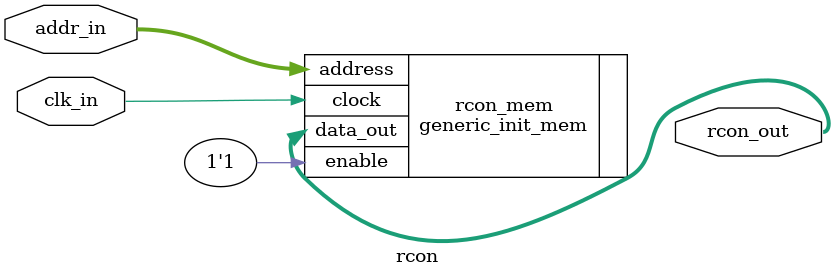
<source format=v>
`timescale 1ns / 1ps


module rcon(
  input clk_in,
  //input rst_in,

  //input [1:0] Nk_in, // 4 => 2'd0 ; 6 => 2'd1 ; 2 => 2'd2;
  //input [5:0] i_in,
  input [5:0] addr_in,

  output [7:0] rcon_out

    );

/*
  wire [5:0] addr_wire;

  always @ (*) begin
    case(Nk_in)
      2'd0 : begin
        addr_wire     <= {2'd0,i_in[5:2]};
      end
      2'd1 : begin
        addr_wire     <= {3'd0,i_in[5:3]} + {i_in[3:0] , 2'd0} ;
      end
      2'd2 : begin
        addr_wire     <= {3'd0,i_in[5:3]};
      end
      default : begin
        addr_wire     <= {2'd0,i_in[5:2]};
      end

    endcase
  end
*/
  generic_init_mem#(
    .ROM_WIDTH(8),
      .ROM_ADDR_BITS(6),
      .INIT_FILE("Rcon.init")
  ) rcon_mem(
    .clock(clk_in), 
    .enable(1'b1), 
    .address(addr_in), 
    .data_out(rcon_out)
    );

  
  

endmodule

</source>
